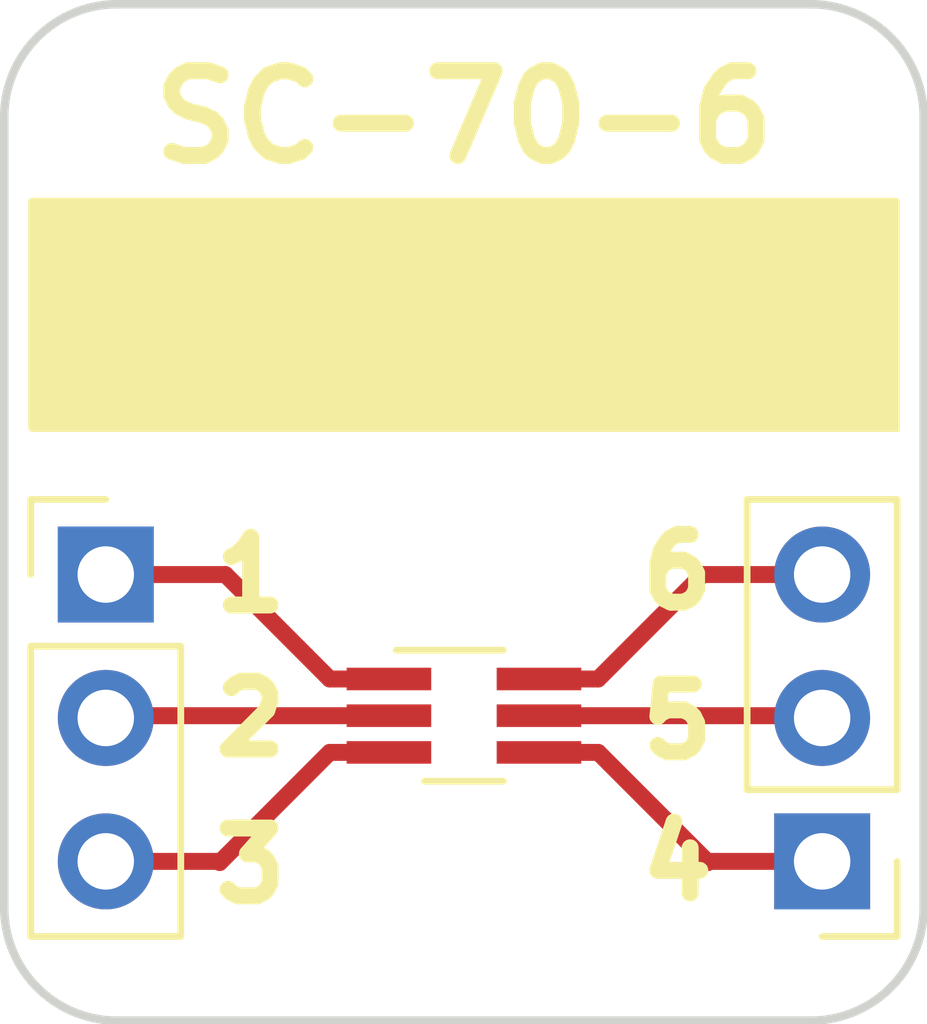
<source format=kicad_pcb>
(kicad_pcb (version 20171130) (host pcbnew 5.1.4-e60b266~84~ubuntu19.04.1)

  (general
    (thickness 1)
    (drawings 16)
    (tracks 18)
    (zones 0)
    (modules 3)
    (nets 7)
  )

  (page A4)
  (title_block
    (title BRK-SC-70-6)
    (rev v1.1)
    (company https://gekkio.fi)
  )

  (layers
    (0 F.Cu signal)
    (31 B.Cu signal)
    (32 B.Adhes user)
    (33 F.Adhes user)
    (34 B.Paste user)
    (35 F.Paste user)
    (36 B.SilkS user)
    (37 F.SilkS user)
    (38 B.Mask user)
    (39 F.Mask user)
    (40 Dwgs.User user)
    (41 Cmts.User user)
    (42 Eco1.User user)
    (43 Eco2.User user)
    (44 Edge.Cuts user)
    (45 Margin user)
    (46 B.CrtYd user)
    (47 F.CrtYd user)
    (48 B.Fab user)
    (49 F.Fab user)
  )

  (setup
    (last_trace_width 0.3)
    (trace_clearance 0.2)
    (zone_clearance 0.508)
    (zone_45_only no)
    (trace_min 0.2)
    (via_size 0.8)
    (via_drill 0.4)
    (via_min_size 0.4)
    (via_min_drill 0.3)
    (uvia_size 0.3)
    (uvia_drill 0.1)
    (uvias_allowed no)
    (uvia_min_size 0.2)
    (uvia_min_drill 0.1)
    (edge_width 0.15)
    (segment_width 0.2)
    (pcb_text_width 0.3)
    (pcb_text_size 1.5 1.5)
    (mod_edge_width 0.15)
    (mod_text_size 1 1)
    (mod_text_width 0.15)
    (pad_size 1.524 1.524)
    (pad_drill 0.762)
    (pad_to_mask_clearance 0)
    (solder_mask_min_width 0.2)
    (aux_axis_origin 0 0)
    (visible_elements FFFFFF7F)
    (pcbplotparams
      (layerselection 0x010fc_ffffffff)
      (usegerberextensions false)
      (usegerberattributes false)
      (usegerberadvancedattributes false)
      (creategerberjobfile true)
      (excludeedgelayer false)
      (linewidth 0.100000)
      (plotframeref false)
      (viasonmask false)
      (mode 1)
      (useauxorigin false)
      (hpglpennumber 1)
      (hpglpenspeed 20)
      (hpglpendiameter 15.000000)
      (psnegative false)
      (psa4output false)
      (plotreference true)
      (plotvalue true)
      (plotinvisibletext false)
      (padsonsilk false)
      (subtractmaskfromsilk false)
      (outputformat 1)
      (mirror false)
      (drillshape 0)
      (scaleselection 1)
      (outputdirectory "gerber/"))
  )

  (net 0 "")
  (net 1 "Net-(J1-Pad1)")
  (net 2 "Net-(J1-Pad2)")
  (net 3 "Net-(J1-Pad3)")
  (net 4 "Net-(J2-Pad1)")
  (net 5 "Net-(J2-Pad2)")
  (net 6 "Net-(J2-Pad3)")

  (net_class Default "This is the default net class."
    (clearance 0.2)
    (trace_width 0.3)
    (via_dia 0.8)
    (via_drill 0.4)
    (uvia_dia 0.3)
    (uvia_drill 0.1)
    (add_net "Net-(J1-Pad1)")
    (add_net "Net-(J1-Pad2)")
    (add_net "Net-(J1-Pad3)")
    (add_net "Net-(J2-Pad1)")
    (add_net "Net-(J2-Pad2)")
    (add_net "Net-(J2-Pad3)")
  )

  (module Connector_PinHeader_2.54mm:PinHeader_1x03_P2.54mm_Vertical (layer F.Cu) (tedit 59FED5CC) (tstamp 5BD578E2)
    (at 65.5 65.18 180)
    (descr "Through hole straight pin header, 1x03, 2.54mm pitch, single row")
    (tags "Through hole pin header THT 1x03 2.54mm single row")
    (path /5BD4B172)
    (fp_text reference J2 (at 0 -2.33) (layer F.SilkS) hide
      (effects (font (size 1 1) (thickness 0.15)))
    )
    (fp_text value Conn_01x03 (at 0 7.41) (layer F.Fab) hide
      (effects (font (size 1 1) (thickness 0.15)))
    )
    (fp_text user %R (at 0 2.54 90) (layer F.Fab)
      (effects (font (size 1 1) (thickness 0.15)))
    )
    (fp_line (start 1.8 -1.8) (end -1.8 -1.8) (layer F.CrtYd) (width 0.05))
    (fp_line (start 1.8 6.85) (end 1.8 -1.8) (layer F.CrtYd) (width 0.05))
    (fp_line (start -1.8 6.85) (end 1.8 6.85) (layer F.CrtYd) (width 0.05))
    (fp_line (start -1.8 -1.8) (end -1.8 6.85) (layer F.CrtYd) (width 0.05))
    (fp_line (start -1.33 -1.33) (end 0 -1.33) (layer F.SilkS) (width 0.12))
    (fp_line (start -1.33 0) (end -1.33 -1.33) (layer F.SilkS) (width 0.12))
    (fp_line (start -1.33 1.27) (end 1.33 1.27) (layer F.SilkS) (width 0.12))
    (fp_line (start 1.33 1.27) (end 1.33 6.41) (layer F.SilkS) (width 0.12))
    (fp_line (start -1.33 1.27) (end -1.33 6.41) (layer F.SilkS) (width 0.12))
    (fp_line (start -1.33 6.41) (end 1.33 6.41) (layer F.SilkS) (width 0.12))
    (fp_line (start -1.27 -0.635) (end -0.635 -1.27) (layer F.Fab) (width 0.1))
    (fp_line (start -1.27 6.35) (end -1.27 -0.635) (layer F.Fab) (width 0.1))
    (fp_line (start 1.27 6.35) (end -1.27 6.35) (layer F.Fab) (width 0.1))
    (fp_line (start 1.27 -1.27) (end 1.27 6.35) (layer F.Fab) (width 0.1))
    (fp_line (start -0.635 -1.27) (end 1.27 -1.27) (layer F.Fab) (width 0.1))
    (pad 3 thru_hole oval (at 0 5.08 180) (size 1.7 1.7) (drill 1) (layers *.Cu *.Mask)
      (net 6 "Net-(J2-Pad3)"))
    (pad 2 thru_hole oval (at 0 2.54 180) (size 1.7 1.7) (drill 1) (layers *.Cu *.Mask)
      (net 5 "Net-(J2-Pad2)"))
    (pad 1 thru_hole rect (at 0 0 180) (size 1.7 1.7) (drill 1) (layers *.Cu *.Mask)
      (net 4 "Net-(J2-Pad1)"))
    (model ${KISYS3DMOD}/Connector_PinHeader_2.54mm.3dshapes/PinHeader_1x03_P2.54mm_Vertical.wrl
      (at (xyz 0 0 0))
      (scale (xyz 1 1 1))
      (rotate (xyz 0 0 0))
    )
  )

  (module Connector_PinHeader_2.54mm:PinHeader_1x03_P2.54mm_Vertical (layer F.Cu) (tedit 59FED5CC) (tstamp 5BD578CB)
    (at 52.8 60.1)
    (descr "Through hole straight pin header, 1x03, 2.54mm pitch, single row")
    (tags "Through hole pin header THT 1x03 2.54mm single row")
    (path /5BD4B0A3)
    (fp_text reference J1 (at 0 -2.33) (layer F.SilkS) hide
      (effects (font (size 1 1) (thickness 0.15)))
    )
    (fp_text value Conn_01x03 (at 0 7.41) (layer F.Fab) hide
      (effects (font (size 1 1) (thickness 0.15)))
    )
    (fp_text user %R (at 0 2.54 90) (layer F.Fab)
      (effects (font (size 1 1) (thickness 0.15)))
    )
    (fp_line (start 1.8 -1.8) (end -1.8 -1.8) (layer F.CrtYd) (width 0.05))
    (fp_line (start 1.8 6.85) (end 1.8 -1.8) (layer F.CrtYd) (width 0.05))
    (fp_line (start -1.8 6.85) (end 1.8 6.85) (layer F.CrtYd) (width 0.05))
    (fp_line (start -1.8 -1.8) (end -1.8 6.85) (layer F.CrtYd) (width 0.05))
    (fp_line (start -1.33 -1.33) (end 0 -1.33) (layer F.SilkS) (width 0.12))
    (fp_line (start -1.33 0) (end -1.33 -1.33) (layer F.SilkS) (width 0.12))
    (fp_line (start -1.33 1.27) (end 1.33 1.27) (layer F.SilkS) (width 0.12))
    (fp_line (start 1.33 1.27) (end 1.33 6.41) (layer F.SilkS) (width 0.12))
    (fp_line (start -1.33 1.27) (end -1.33 6.41) (layer F.SilkS) (width 0.12))
    (fp_line (start -1.33 6.41) (end 1.33 6.41) (layer F.SilkS) (width 0.12))
    (fp_line (start -1.27 -0.635) (end -0.635 -1.27) (layer F.Fab) (width 0.1))
    (fp_line (start -1.27 6.35) (end -1.27 -0.635) (layer F.Fab) (width 0.1))
    (fp_line (start 1.27 6.35) (end -1.27 6.35) (layer F.Fab) (width 0.1))
    (fp_line (start 1.27 -1.27) (end 1.27 6.35) (layer F.Fab) (width 0.1))
    (fp_line (start -0.635 -1.27) (end 1.27 -1.27) (layer F.Fab) (width 0.1))
    (pad 3 thru_hole oval (at 0 5.08) (size 1.7 1.7) (drill 1) (layers *.Cu *.Mask)
      (net 3 "Net-(J1-Pad3)"))
    (pad 2 thru_hole oval (at 0 2.54) (size 1.7 1.7) (drill 1) (layers *.Cu *.Mask)
      (net 2 "Net-(J1-Pad2)"))
    (pad 1 thru_hole rect (at 0 0) (size 1.7 1.7) (drill 1) (layers *.Cu *.Mask)
      (net 1 "Net-(J1-Pad1)"))
    (model ${KISYS3DMOD}/Connector_PinHeader_2.54mm.3dshapes/PinHeader_1x03_P2.54mm_Vertical.wrl
      (at (xyz 0 0 0))
      (scale (xyz 1 1 1))
      (rotate (xyz 0 0 0))
    )
  )

  (module Package_TO_SOT_SMD:SOT-363_SC-70-6_Handsoldering (layer F.Cu) (tedit 5A02FF57) (tstamp 5BD578B4)
    (at 59.15 62.6)
    (descr "SOT-363, SC-70-6, Handsoldering")
    (tags "SOT-363 SC-70-6 Handsoldering")
    (path /5BD4B043)
    (attr smd)
    (fp_text reference U1 (at 0 -2) (layer F.SilkS) hide
      (effects (font (size 1 1) (thickness 0.15)))
    )
    (fp_text value SC-70-6 (at 0 2 180) (layer F.Fab) hide
      (effects (font (size 1 1) (thickness 0.15)))
    )
    (fp_line (start -0.175 -1.1) (end -0.675 -0.6) (layer F.Fab) (width 0.1))
    (fp_line (start 0.675 1.1) (end -0.675 1.1) (layer F.Fab) (width 0.1))
    (fp_line (start 0.675 -1.1) (end 0.675 1.1) (layer F.Fab) (width 0.1))
    (fp_line (start -0.675 -0.6) (end -0.675 1.1) (layer F.Fab) (width 0.1))
    (fp_line (start 0.675 -1.1) (end -0.175 -1.1) (layer F.Fab) (width 0.1))
    (fp_line (start -2.4 -1.4) (end 2.4 -1.4) (layer F.CrtYd) (width 0.05))
    (fp_line (start -2.4 -1.4) (end -2.4 1.4) (layer F.CrtYd) (width 0.05))
    (fp_line (start 2.4 1.4) (end 2.4 -1.4) (layer F.CrtYd) (width 0.05))
    (fp_line (start -0.7 1.16) (end 0.7 1.16) (layer F.SilkS) (width 0.12))
    (fp_line (start 0.7 -1.16) (end -1.2 -1.16) (layer F.SilkS) (width 0.12))
    (fp_line (start -2.4 1.4) (end 2.4 1.4) (layer F.CrtYd) (width 0.05))
    (fp_text user %R (at 0 0 90) (layer F.Fab)
      (effects (font (size 0.5 0.5) (thickness 0.075)))
    )
    (pad 6 smd rect (at 1.33 -0.65) (size 1.5 0.4) (layers F.Cu F.Paste F.Mask)
      (net 6 "Net-(J2-Pad3)"))
    (pad 5 smd rect (at 1.33 0) (size 1.5 0.4) (layers F.Cu F.Paste F.Mask)
      (net 5 "Net-(J2-Pad2)"))
    (pad 4 smd rect (at 1.33 0.65) (size 1.5 0.4) (layers F.Cu F.Paste F.Mask)
      (net 4 "Net-(J2-Pad1)"))
    (pad 3 smd rect (at -1.33 0.65) (size 1.5 0.4) (layers F.Cu F.Paste F.Mask)
      (net 3 "Net-(J1-Pad3)"))
    (pad 2 smd rect (at -1.33 0) (size 1.5 0.4) (layers F.Cu F.Paste F.Mask)
      (net 2 "Net-(J1-Pad2)"))
    (pad 1 smd rect (at -1.33 -0.65) (size 1.5 0.4) (layers F.Cu F.Paste F.Mask)
      (net 1 "Net-(J1-Pad1)"))
    (model ${KISYS3DMOD}/Package_TO_SOT_SMD.3dshapes/SOT-363_SC-70-6.wrl
      (at (xyz 0 0 0))
      (scale (xyz 1 1 1))
      (rotate (xyz 0 0 0))
    )
  )

  (gr_arc (start 53 66) (end 51 66) (angle -90) (layer Edge.Cuts) (width 0.15) (tstamp 5BF54D67))
  (gr_arc (start 65.3 66) (end 65.3 68) (angle -90) (layer Edge.Cuts) (width 0.15) (tstamp 5BF54D5C))
  (gr_arc (start 65.3 52) (end 67.3 52) (angle -90) (layer Edge.Cuts) (width 0.15) (tstamp 5BF54D52))
  (gr_arc (start 53 52) (end 53 50) (angle -90) (layer Edge.Cuts) (width 0.15))
  (gr_text 4 (at 63.7 65.2) (layer F.SilkS) (tstamp 5BD4A473)
    (effects (font (size 1.2 1.2) (thickness 0.3)) (justify right))
  )
  (gr_text 5 (at 63.7 62.7) (layer F.SilkS) (tstamp 5BD4A46F)
    (effects (font (size 1.2 1.2) (thickness 0.3)) (justify right))
  )
  (gr_text 6 (at 63.7 60.05) (layer F.SilkS) (tstamp 5BD4A463)
    (effects (font (size 1.2 1.2) (thickness 0.3)) (justify right))
  )
  (gr_text 3 (at 54.6 65.25) (layer F.SilkS) (tstamp 5BD4A45B)
    (effects (font (size 1.2 1.2) (thickness 0.3)) (justify left))
  )
  (gr_text 2 (at 54.6 62.65) (layer F.SilkS) (tstamp 5BD4A456)
    (effects (font (size 1.2 1.2) (thickness 0.3)) (justify left))
  )
  (gr_text 1 (at 54.6 60.1) (layer F.SilkS)
    (effects (font (size 1.2 1.2) (thickness 0.3)) (justify left))
  )
  (gr_line (start 65.3 68) (end 53 68) (layer Edge.Cuts) (width 0.15))
  (gr_poly (pts (xy 51.5 53.5) (xy 51.5 57.5) (xy 66.8 57.5) (xy 66.8 53.5)) (layer F.SilkS) (width 0.15))
  (gr_line (start 67.3 52) (end 67.3 66) (layer Edge.Cuts) (width 0.15))
  (gr_text SC-70-6 (at 59.15 52) (layer F.SilkS)
    (effects (font (size 1.5 1.5) (thickness 0.3)))
  )
  (gr_line (start 53 50) (end 65.3 50) (layer Edge.Cuts) (width 0.15))
  (gr_line (start 51 66) (end 51 52) (layer Edge.Cuts) (width 0.15))

  (segment (start 56.77 61.95) (end 54.92 60.1) (width 0.3) (layer F.Cu) (net 1))
  (segment (start 57.82 61.95) (end 56.77 61.95) (width 0.3) (layer F.Cu) (net 1))
  (segment (start 54.92 60.1) (end 52.8 60.1) (width 0.3) (layer F.Cu) (net 1))
  (segment (start 52.84 62.6) (end 52.8 62.64) (width 0.3) (layer F.Cu) (net 2))
  (segment (start 57.82 62.6) (end 52.84 62.6) (width 0.3) (layer F.Cu) (net 2))
  (segment (start 56.77 63.25) (end 54.82 65.2) (width 0.3) (layer F.Cu) (net 3))
  (segment (start 57.82 63.25) (end 56.77 63.25) (width 0.3) (layer F.Cu) (net 3))
  (segment (start 54.8 65.18) (end 52.8 65.18) (width 0.3) (layer F.Cu) (net 3))
  (segment (start 54.82 65.2) (end 54.8 65.18) (width 0.3) (layer F.Cu) (net 3))
  (segment (start 61.53 63.25) (end 63.48 65.2) (width 0.3) (layer F.Cu) (net 4))
  (segment (start 60.48 63.25) (end 61.53 63.25) (width 0.3) (layer F.Cu) (net 4))
  (segment (start 63.5 65.18) (end 65.5 65.18) (width 0.3) (layer F.Cu) (net 4))
  (segment (start 63.48 65.2) (end 63.5 65.18) (width 0.3) (layer F.Cu) (net 4))
  (segment (start 65.46 62.6) (end 65.5 62.64) (width 0.3) (layer F.Cu) (net 5))
  (segment (start 60.48 62.6) (end 65.46 62.6) (width 0.3) (layer F.Cu) (net 5))
  (segment (start 61.53 61.95) (end 63.38 60.1) (width 0.3) (layer F.Cu) (net 6))
  (segment (start 60.48 61.95) (end 61.53 61.95) (width 0.3) (layer F.Cu) (net 6))
  (segment (start 63.38 60.1) (end 65.5 60.1) (width 0.3) (layer F.Cu) (net 6))

)

</source>
